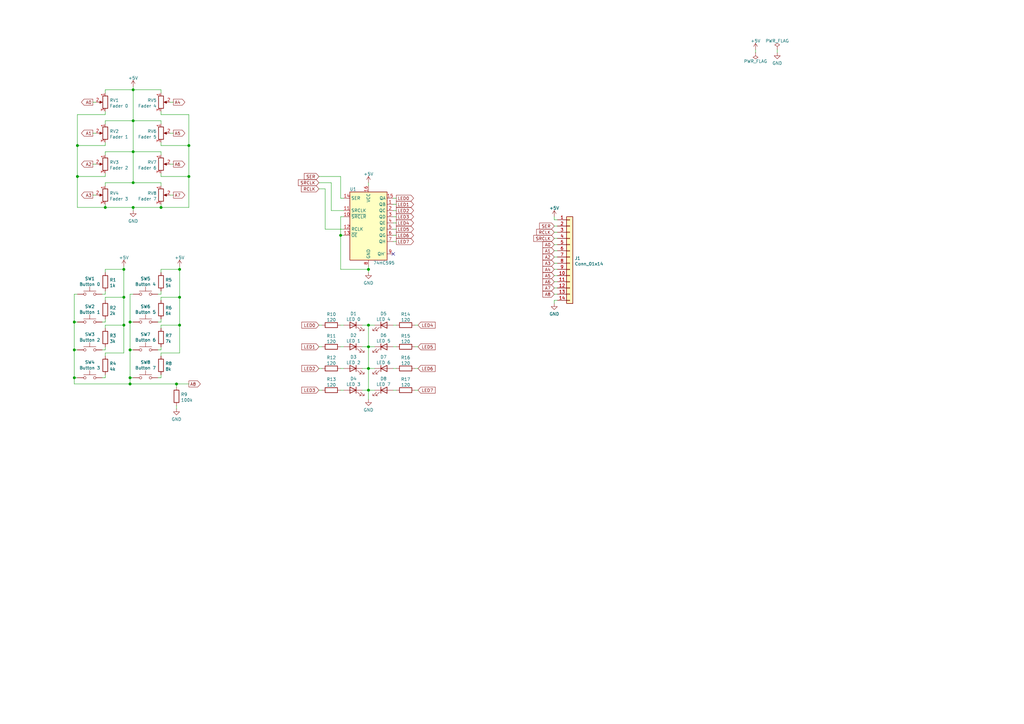
<source format=kicad_sch>
(kicad_sch (version 20210406) (generator eeschema)
  (paper "A3")
  (title_block (title "8 Channel DMX Controller Board 1") (rev "A") (comment 1 "Open source at GitHub: https://github.com/Gabriel-06/dmx-controller/") (comment 2 "Copyright 2021 Gabriel Csizmadia"))
  (lib_symbols
    (symbol "74xx:74HC595"
      (property "Reference" "U" (at -7.62 13.97 0))
      (property "Value" "74HC595" (at -7.62 -16.51 0))
      (symbol "74HC595_1_0"
        (pin tri_state line (at 10.16 7.62 180) (length 2.54) (name "QB") (number "1"))
        (pin input line (at -10.16 2.54 0) (length 2.54) (name "~SRCLR") (number "10"))
        (pin input line (at -10.16 5.08 0) (length 2.54) (name "SRCLK") (number "11"))
        (pin input line (at -10.16 -2.54 0) (length 2.54) (name "RCLK") (number "12"))
        (pin input line (at -10.16 -5.08 0) (length 2.54) (name "~OE") (number "13"))
        (pin input line (at -10.16 10.16 0) (length 2.54) (name "SER") (number "14"))
        (pin tri_state line (at 10.16 10.16 180) (length 2.54) (name "QA") (number "15"))
        (pin power_in line (at 0 15.24 270) (length 2.54) (name "VCC") (number "16"))
        (pin tri_state line (at 10.16 5.08 180) (length 2.54) (name "QC") (number "2"))
        (pin tri_state line (at 10.16 2.54 180) (length 2.54) (name "QD") (number "3"))
        (pin tri_state line (at 10.16 0 180) (length 2.54) (name "QE") (number "4"))
        (pin tri_state line (at 10.16 -2.54 180) (length 2.54) (name "QF") (number "5"))
        (pin tri_state line (at 10.16 -5.08 180) (length 2.54) (name "QG") (number "6"))
        (pin tri_state line (at 10.16 -7.62 180) (length 2.54) (name "QH") (number "7"))
        (pin power_in line (at 0 -17.78 90) (length 2.54) (name "GND") (number "8"))
        (pin output line (at 10.16 -12.7 180) (length 2.54) (name "QH'") (number "9"))
      )
      (symbol "74HC595_1_1"
        (rectangle (start -7.62 12.7) (end 7.62 -15.24) (stroke (width 0.254)) (fill (type background)))
      )
    )
    (symbol "Connector_Generic:Conn_01x14" (pin_names (offset 1.016) hide)
      (property "Reference" "J" (at 0 17.78 0))
      (property "Value" "Conn_01x14" (at 0 -20.32 0))
      (symbol "Conn_01x14_1_1"
        (rectangle (start -1.27 -17.653) (end 0 -17.907) (stroke (width 0.1524)))
        (rectangle (start -1.27 -15.113) (end 0 -15.367) (stroke (width 0.1524)))
        (rectangle (start -1.27 -12.573) (end 0 -12.827) (stroke (width 0.1524)))
        (rectangle (start -1.27 -10.033) (end 0 -10.287) (stroke (width 0.1524)))
        (rectangle (start -1.27 -7.493) (end 0 -7.747) (stroke (width 0.1524)))
        (rectangle (start -1.27 -4.953) (end 0 -5.207) (stroke (width 0.1524)))
        (rectangle (start -1.27 -2.413) (end 0 -2.667) (stroke (width 0.1524)))
        (rectangle (start -1.27 0.127) (end 0 -0.127) (stroke (width 0.1524)))
        (rectangle (start -1.27 2.667) (end 0 2.413) (stroke (width 0.1524)))
        (rectangle (start -1.27 5.207) (end 0 4.953) (stroke (width 0.1524)))
        (rectangle (start -1.27 7.747) (end 0 7.493) (stroke (width 0.1524)))
        (rectangle (start -1.27 10.287) (end 0 10.033) (stroke (width 0.1524)))
        (rectangle (start -1.27 12.827) (end 0 12.573) (stroke (width 0.1524)))
        (rectangle (start -1.27 15.367) (end 0 15.113) (stroke (width 0.1524)))
        (rectangle (start -1.27 16.51) (end 1.27 -19.05) (stroke (width 0.254)) (fill (type background)))
        (pin passive line (at -5.08 15.24 0) (length 3.81) (name "Pin_1") (number "1"))
        (pin passive line (at -5.08 -7.62 0) (length 3.81) (name "Pin_10") (number "10"))
        (pin passive line (at -5.08 -10.16 0) (length 3.81) (name "Pin_11") (number "11"))
        (pin passive line (at -5.08 -12.7 0) (length 3.81) (name "Pin_12") (number "12"))
        (pin passive line (at -5.08 -15.24 0) (length 3.81) (name "Pin_13") (number "13"))
        (pin passive line (at -5.08 -17.78 0) (length 3.81) (name "Pin_14") (number "14"))
        (pin passive line (at -5.08 12.7 0) (length 3.81) (name "Pin_2") (number "2"))
        (pin passive line (at -5.08 10.16 0) (length 3.81) (name "Pin_3") (number "3"))
        (pin passive line (at -5.08 7.62 0) (length 3.81) (name "Pin_4") (number "4"))
        (pin passive line (at -5.08 5.08 0) (length 3.81) (name "Pin_5") (number "5"))
        (pin passive line (at -5.08 2.54 0) (length 3.81) (name "Pin_6") (number "6"))
        (pin passive line (at -5.08 0 0) (length 3.81) (name "Pin_7") (number "7"))
        (pin passive line (at -5.08 -2.54 0) (length 3.81) (name "Pin_8") (number "8"))
        (pin passive line (at -5.08 -5.08 0) (length 3.81) (name "Pin_9") (number "9"))
      )
    )
    (symbol "Device:LED" (pin_numbers hide) (pin_names (offset 1.016) hide)
      (property "Reference" "D" (at 0 2.54 0))
      (property "Value" "LED" (at 0 -2.54 0))
      (symbol "LED_0_1"
        (polyline (pts (xy -1.27 -1.27) (xy -1.27 1.27)) (stroke (width 0.254)))
        (polyline (pts (xy -1.27 0) (xy 1.27 0)))
        (polyline (pts (xy 1.27 -1.27) (xy 1.27 1.27) (xy -1.27 0) (xy 1.27 -1.27)) (stroke (width 0.254)))
        (polyline (pts (xy -3.048 -0.762) (xy -4.572 -2.286) (xy -3.81 -2.286) (xy -4.572 -2.286) (xy -4.572 -1.524)))
        (polyline (pts (xy -1.778 -0.762) (xy -3.302 -2.286) (xy -2.54 -2.286) (xy -3.302 -2.286) (xy -3.302 -1.524)))
      )
      (symbol "LED_1_1"
        (pin passive line (at -3.81 0 0) (length 2.54) (name "K") (number "1"))
        (pin passive line (at 3.81 0 180) (length 2.54) (name "A") (number "2"))
      )
    )
    (symbol "Device:R" (pin_numbers hide) (pin_names (offset 0))
      (property "Reference" "R" (at 2.032 0 90))
      (property "Value" "R" (at 0 0 90))
      (symbol "R_0_1"
        (rectangle (start -1.016 -2.54) (end 1.016 2.54) (stroke (width 0.254)))
      )
      (symbol "R_1_1"
        (pin passive line (at 0 3.81 270) (length 1.27) (name "~") (number "1"))
        (pin passive line (at 0 -3.81 90) (length 1.27) (name "~") (number "2"))
      )
    )
    (symbol "Device:R_Potentiometer" (pin_names (offset 1.016) hide)
      (property "Reference" "RV" (at -4.445 0 90))
      (property "Value" "R_Potentiometer" (at -2.54 0 90))
      (symbol "R_Potentiometer_0_1"
        (rectangle (start 1.016 2.54) (end -1.016 -2.54) (stroke (width 0.254)))
        (polyline (pts (xy 2.54 0) (xy 1.524 0)))
        (polyline (pts (xy 1.143 0) (xy 2.286 0.508) (xy 2.286 -0.508) (xy 1.143 0)) (fill (type outline)))
      )
      (symbol "R_Potentiometer_1_1"
        (pin passive line (at 0 3.81 270) (length 1.27) (name "1") (number "1"))
        (pin passive line (at 3.81 0 180) (length 1.27) (name "2") (number "2"))
        (pin passive line (at 0 -3.81 90) (length 1.27) (name "3") (number "3"))
      )
    )
    (symbol "Switch:SW_Push" (pin_numbers hide) (pin_names (offset 1.016) hide)
      (property "Reference" "SW" (at 1.27 2.54 0))
      (property "Value" "SW_Push" (at 0 -1.524 0))
      (symbol "SW_Push_0_1"
        (circle (center -2.032 0) (radius 0.508))
        (circle (center 2.032 0) (radius 0.508))
        (polyline (pts (xy 0 1.27) (xy 0 3.048)))
        (polyline (pts (xy 2.54 1.27) (xy -2.54 1.27)))
        (pin passive line (at -5.08 0 0) (length 2.54) (name "1") (number "1"))
        (pin passive line (at 5.08 0 180) (length 2.54) (name "2") (number "2"))
      )
    )
    (symbol "power:+5V" (power) (pin_names (offset 0))
      (property "Value" "+5V" (at 0 3.556 0))
      (symbol "+5V_0_1"
        (polyline (pts (xy -0.762 1.27) (xy 0 2.54)))
        (polyline (pts (xy 0 0) (xy 0 2.54)))
        (polyline (pts (xy 0 2.54) (xy 0.762 1.27)))
      )
      (symbol "+5V_1_1"
        (pin power_in line (at 0 0 90) (length 0) hide (name "+5V") (number "1"))
      )
    )
    (symbol "power:GND" (power) (pin_names (offset 0))
      (property "Value" "GND" (at 0 -3.81 0))
      (symbol "GND_0_1"
        (polyline (pts (xy 0 0) (xy 0 -1.27) (xy 1.27 -1.27) (xy 0 -2.54) (xy -1.27 -1.27) (xy 0 -1.27)))
      )
      (symbol "GND_1_1"
        (pin power_in line (at 0 0 270) (length 0) hide (name "GND") (number "1"))
      )
    )
    (symbol "power:PWR_FLAG" (power) (pin_numbers hide) (pin_names (offset 0) hide)
      (property "Value" "PWR_FLAG" (at 0 3.81 0))
      (symbol "PWR_FLAG_0_0"
        (pin power_out line (at 0 0 90) (length 0) (name "pwr") (number "1"))
      )
      (symbol "PWR_FLAG_0_1"
        (polyline (pts (xy 0 0) (xy 0 1.27) (xy -1.016 1.905) (xy 0 2.54) (xy 1.016 1.905) (xy 0 1.27)))
      )
    )
  )
  (junction (at 30.48 132.08) (diameter 1.016))
  (junction (at 30.48 143.51) (diameter 1.016))
  (junction (at 30.48 154.94) (diameter 1.016))
  (junction (at 31.75 59.69) (diameter 1.016))
  (junction (at 31.75 72.39) (diameter 1.016))
  (junction (at 43.18 85.09) (diameter 1.016))
  (junction (at 50.8 110.49) (diameter 1.016))
  (junction (at 50.8 121.92) (diameter 1.016))
  (junction (at 50.8 133.35) (diameter 1.016))
  (junction (at 53.34 132.08) (diameter 1.016))
  (junction (at 53.34 143.51) (diameter 1.016))
  (junction (at 53.34 154.94) (diameter 1.016))
  (junction (at 53.34 157.48) (diameter 1.016))
  (junction (at 54.61 36.83) (diameter 1.016))
  (junction (at 54.61 49.53) (diameter 1.016))
  (junction (at 54.61 62.23) (diameter 1.016))
  (junction (at 54.61 74.93) (diameter 1.016))
  (junction (at 54.61 85.09) (diameter 1.016))
  (junction (at 66.04 85.09) (diameter 1.016))
  (junction (at 72.39 157.48) (diameter 1.016))
  (junction (at 73.66 110.49) (diameter 1.016))
  (junction (at 73.66 121.92) (diameter 1.016))
  (junction (at 73.66 133.35) (diameter 1.016))
  (junction (at 77.47 59.69) (diameter 1.016))
  (junction (at 77.47 72.39) (diameter 1.016))
  (junction (at 139.7 96.52) (diameter 1.016))
  (junction (at 151.13 110.49) (diameter 1.016))
  (junction (at 151.13 133.35) (diameter 1.016))
  (junction (at 151.13 142.24) (diameter 1.016))
  (junction (at 151.13 151.13) (diameter 1.016))
  (junction (at 151.13 160.02) (diameter 1.016))
  (no_connect (at 161.29 104.14))
  (wire (pts (xy 30.48 120.65) (xy 30.48 132.08)))
  (wire (pts (xy 30.48 120.65) (xy 31.75 120.65)))
  (wire (pts (xy 30.48 132.08) (xy 30.48 143.51)))
  (wire (pts (xy 30.48 132.08) (xy 31.75 132.08)))
  (wire (pts (xy 30.48 143.51) (xy 30.48 154.94)))
  (wire (pts (xy 30.48 143.51) (xy 31.75 143.51)))
  (wire (pts (xy 30.48 154.94) (xy 30.48 157.48)))
  (wire (pts (xy 30.48 154.94) (xy 31.75 154.94)))
  (wire (pts (xy 30.48 157.48) (xy 53.34 157.48)))
  (wire (pts (xy 31.75 46.99) (xy 43.18 46.99)))
  (wire (pts (xy 31.75 59.69) (xy 31.75 46.99)))
  (wire (pts (xy 31.75 72.39) (xy 31.75 59.69)))
  (wire (pts (xy 31.75 85.09) (xy 31.75 72.39)))
  (wire (pts (xy 39.37 41.91) (xy 38.1 41.91)))
  (wire (pts (xy 39.37 54.61) (xy 38.1 54.61)))
  (wire (pts (xy 39.37 67.31) (xy 38.1 67.31)))
  (wire (pts (xy 39.37 80.01) (xy 38.1 80.01)))
  (wire (pts (xy 43.18 36.83) (xy 43.18 38.1)))
  (wire (pts (xy 43.18 45.72) (xy 43.18 46.99)))
  (wire (pts (xy 43.18 49.53) (xy 54.61 49.53)))
  (wire (pts (xy 43.18 50.8) (xy 43.18 49.53)))
  (wire (pts (xy 43.18 58.42) (xy 43.18 59.69)))
  (wire (pts (xy 43.18 59.69) (xy 31.75 59.69)))
  (wire (pts (xy 43.18 62.23) (xy 54.61 62.23)))
  (wire (pts (xy 43.18 63.5) (xy 43.18 62.23)))
  (wire (pts (xy 43.18 71.12) (xy 43.18 72.39)))
  (wire (pts (xy 43.18 72.39) (xy 31.75 72.39)))
  (wire (pts (xy 43.18 74.93) (xy 54.61 74.93)))
  (wire (pts (xy 43.18 76.2) (xy 43.18 74.93)))
  (wire (pts (xy 43.18 83.82) (xy 43.18 85.09)))
  (wire (pts (xy 43.18 85.09) (xy 31.75 85.09)))
  (wire (pts (xy 43.18 85.09) (xy 54.61 85.09)))
  (wire (pts (xy 43.18 110.49) (xy 43.18 111.76)))
  (wire (pts (xy 43.18 119.38) (xy 43.18 120.65)))
  (wire (pts (xy 43.18 120.65) (xy 41.91 120.65)))
  (wire (pts (xy 43.18 121.92) (xy 43.18 123.19)))
  (wire (pts (xy 43.18 121.92) (xy 50.8 121.92)))
  (wire (pts (xy 43.18 130.81) (xy 43.18 132.08)))
  (wire (pts (xy 43.18 132.08) (xy 41.91 132.08)))
  (wire (pts (xy 43.18 133.35) (xy 43.18 134.62)))
  (wire (pts (xy 43.18 133.35) (xy 50.8 133.35)))
  (wire (pts (xy 43.18 142.24) (xy 43.18 143.51)))
  (wire (pts (xy 43.18 143.51) (xy 41.91 143.51)))
  (wire (pts (xy 43.18 144.78) (xy 43.18 146.05)))
  (wire (pts (xy 43.18 144.78) (xy 50.8 144.78)))
  (wire (pts (xy 43.18 153.67) (xy 43.18 154.94)))
  (wire (pts (xy 43.18 154.94) (xy 41.91 154.94)))
  (wire (pts (xy 50.8 109.22) (xy 50.8 110.49)))
  (wire (pts (xy 50.8 110.49) (xy 43.18 110.49)))
  (wire (pts (xy 50.8 121.92) (xy 50.8 110.49)))
  (wire (pts (xy 50.8 121.92) (xy 50.8 133.35)))
  (wire (pts (xy 50.8 133.35) (xy 50.8 144.78)))
  (wire (pts (xy 53.34 120.65) (xy 53.34 132.08)))
  (wire (pts (xy 53.34 132.08) (xy 53.34 143.51)))
  (wire (pts (xy 53.34 132.08) (xy 54.61 132.08)))
  (wire (pts (xy 53.34 143.51) (xy 53.34 154.94)))
  (wire (pts (xy 53.34 143.51) (xy 54.61 143.51)))
  (wire (pts (xy 53.34 154.94) (xy 53.34 157.48)))
  (wire (pts (xy 53.34 154.94) (xy 54.61 154.94)))
  (wire (pts (xy 53.34 157.48) (xy 72.39 157.48)))
  (wire (pts (xy 54.61 35.56) (xy 54.61 36.83)))
  (wire (pts (xy 54.61 36.83) (xy 43.18 36.83)))
  (wire (pts (xy 54.61 36.83) (xy 54.61 49.53)))
  (wire (pts (xy 54.61 36.83) (xy 66.04 36.83)))
  (wire (pts (xy 54.61 49.53) (xy 54.61 62.23)))
  (wire (pts (xy 54.61 49.53) (xy 66.04 49.53)))
  (wire (pts (xy 54.61 62.23) (xy 54.61 74.93)))
  (wire (pts (xy 54.61 62.23) (xy 66.04 62.23)))
  (wire (pts (xy 54.61 74.93) (xy 66.04 74.93)))
  (wire (pts (xy 54.61 85.09) (xy 54.61 86.36)))
  (wire (pts (xy 54.61 85.09) (xy 66.04 85.09)))
  (wire (pts (xy 54.61 120.65) (xy 53.34 120.65)))
  (wire (pts (xy 64.77 120.65) (xy 66.04 120.65)))
  (wire (pts (xy 64.77 132.08) (xy 66.04 132.08)))
  (wire (pts (xy 64.77 143.51) (xy 66.04 143.51)))
  (wire (pts (xy 64.77 154.94) (xy 66.04 154.94)))
  (wire (pts (xy 66.04 38.1) (xy 66.04 36.83)))
  (wire (pts (xy 66.04 45.72) (xy 66.04 46.99)))
  (wire (pts (xy 66.04 46.99) (xy 77.47 46.99)))
  (wire (pts (xy 66.04 50.8) (xy 66.04 49.53)))
  (wire (pts (xy 66.04 58.42) (xy 66.04 59.69)))
  (wire (pts (xy 66.04 59.69) (xy 77.47 59.69)))
  (wire (pts (xy 66.04 63.5) (xy 66.04 62.23)))
  (wire (pts (xy 66.04 71.12) (xy 66.04 72.39)))
  (wire (pts (xy 66.04 72.39) (xy 77.47 72.39)))
  (wire (pts (xy 66.04 76.2) (xy 66.04 74.93)))
  (wire (pts (xy 66.04 85.09) (xy 66.04 83.82)))
  (wire (pts (xy 66.04 110.49) (xy 66.04 111.76)))
  (wire (pts (xy 66.04 120.65) (xy 66.04 119.38)))
  (wire (pts (xy 66.04 121.92) (xy 73.66 121.92)))
  (wire (pts (xy 66.04 123.19) (xy 66.04 121.92)))
  (wire (pts (xy 66.04 132.08) (xy 66.04 130.81)))
  (wire (pts (xy 66.04 133.35) (xy 73.66 133.35)))
  (wire (pts (xy 66.04 134.62) (xy 66.04 133.35)))
  (wire (pts (xy 66.04 143.51) (xy 66.04 142.24)))
  (wire (pts (xy 66.04 144.78) (xy 73.66 144.78)))
  (wire (pts (xy 66.04 146.05) (xy 66.04 144.78)))
  (wire (pts (xy 66.04 154.94) (xy 66.04 153.67)))
  (wire (pts (xy 69.85 41.91) (xy 71.12 41.91)))
  (wire (pts (xy 69.85 54.61) (xy 71.12 54.61)))
  (wire (pts (xy 69.85 67.31) (xy 71.12 67.31)))
  (wire (pts (xy 69.85 80.01) (xy 71.12 80.01)))
  (wire (pts (xy 72.39 157.48) (xy 72.39 158.75)))
  (wire (pts (xy 72.39 157.48) (xy 77.47 157.48)))
  (wire (pts (xy 72.39 166.37) (xy 72.39 167.64)))
  (wire (pts (xy 73.66 109.22) (xy 73.66 110.49)))
  (wire (pts (xy 73.66 110.49) (xy 66.04 110.49)))
  (wire (pts (xy 73.66 121.92) (xy 73.66 110.49)))
  (wire (pts (xy 73.66 121.92) (xy 73.66 133.35)))
  (wire (pts (xy 73.66 133.35) (xy 73.66 144.78)))
  (wire (pts (xy 77.47 46.99) (xy 77.47 59.69)))
  (wire (pts (xy 77.47 59.69) (xy 77.47 72.39)))
  (wire (pts (xy 77.47 72.39) (xy 77.47 85.09)))
  (wire (pts (xy 77.47 85.09) (xy 66.04 85.09)))
  (wire (pts (xy 130.81 72.39) (xy 139.7 72.39)))
  (wire (pts (xy 130.81 74.93) (xy 135.89 74.93)))
  (wire (pts (xy 130.81 77.47) (xy 133.35 77.47)))
  (wire (pts (xy 130.81 133.35) (xy 132.08 133.35)))
  (wire (pts (xy 130.81 142.24) (xy 132.08 142.24)))
  (wire (pts (xy 130.81 151.13) (xy 132.08 151.13)))
  (wire (pts (xy 130.81 160.02) (xy 132.08 160.02)))
  (wire (pts (xy 133.35 77.47) (xy 133.35 93.98)))
  (wire (pts (xy 135.89 74.93) (xy 135.89 86.36)))
  (wire (pts (xy 139.7 72.39) (xy 139.7 81.28)))
  (wire (pts (xy 139.7 81.28) (xy 140.97 81.28)))
  (wire (pts (xy 139.7 88.9) (xy 139.7 96.52)))
  (wire (pts (xy 139.7 96.52) (xy 139.7 110.49)))
  (wire (pts (xy 139.7 110.49) (xy 151.13 110.49)))
  (wire (pts (xy 139.7 133.35) (xy 140.97 133.35)))
  (wire (pts (xy 139.7 142.24) (xy 140.97 142.24)))
  (wire (pts (xy 139.7 151.13) (xy 140.97 151.13)))
  (wire (pts (xy 139.7 160.02) (xy 140.97 160.02)))
  (wire (pts (xy 140.97 86.36) (xy 135.89 86.36)))
  (wire (pts (xy 140.97 88.9) (xy 139.7 88.9)))
  (wire (pts (xy 140.97 93.98) (xy 133.35 93.98)))
  (wire (pts (xy 140.97 96.52) (xy 139.7 96.52)))
  (wire (pts (xy 148.59 133.35) (xy 151.13 133.35)))
  (wire (pts (xy 148.59 142.24) (xy 151.13 142.24)))
  (wire (pts (xy 148.59 151.13) (xy 151.13 151.13)))
  (wire (pts (xy 148.59 160.02) (xy 151.13 160.02)))
  (wire (pts (xy 151.13 74.93) (xy 151.13 76.2)))
  (wire (pts (xy 151.13 109.22) (xy 151.13 110.49)))
  (wire (pts (xy 151.13 110.49) (xy 151.13 111.76)))
  (wire (pts (xy 151.13 133.35) (xy 151.13 142.24)))
  (wire (pts (xy 151.13 133.35) (xy 153.67 133.35)))
  (wire (pts (xy 151.13 142.24) (xy 151.13 151.13)))
  (wire (pts (xy 151.13 142.24) (xy 153.67 142.24)))
  (wire (pts (xy 151.13 151.13) (xy 151.13 160.02)))
  (wire (pts (xy 151.13 151.13) (xy 153.67 151.13)))
  (wire (pts (xy 151.13 160.02) (xy 151.13 163.83)))
  (wire (pts (xy 151.13 160.02) (xy 153.67 160.02)))
  (wire (pts (xy 161.29 81.28) (xy 162.56 81.28)))
  (wire (pts (xy 161.29 83.82) (xy 162.56 83.82)))
  (wire (pts (xy 161.29 86.36) (xy 162.56 86.36)))
  (wire (pts (xy 161.29 88.9) (xy 162.56 88.9)))
  (wire (pts (xy 161.29 91.44) (xy 162.56 91.44)))
  (wire (pts (xy 161.29 93.98) (xy 162.56 93.98)))
  (wire (pts (xy 161.29 96.52) (xy 162.56 96.52)))
  (wire (pts (xy 161.29 99.06) (xy 162.56 99.06)))
  (wire (pts (xy 161.29 133.35) (xy 162.56 133.35)))
  (wire (pts (xy 161.29 142.24) (xy 162.56 142.24)))
  (wire (pts (xy 161.29 151.13) (xy 162.56 151.13)))
  (wire (pts (xy 161.29 160.02) (xy 162.56 160.02)))
  (wire (pts (xy 170.18 133.35) (xy 171.45 133.35)))
  (wire (pts (xy 170.18 142.24) (xy 171.45 142.24)))
  (wire (pts (xy 170.18 151.13) (xy 171.45 151.13)))
  (wire (pts (xy 170.18 160.02) (xy 171.45 160.02)))
  (wire (pts (xy 227.33 88.9) (xy 227.33 90.17)))
  (wire (pts (xy 227.33 90.17) (xy 228.6 90.17)))
  (wire (pts (xy 227.33 92.71) (xy 228.6 92.71)))
  (wire (pts (xy 227.33 95.25) (xy 228.6 95.25)))
  (wire (pts (xy 227.33 97.79) (xy 228.6 97.79)))
  (wire (pts (xy 227.33 115.57) (xy 228.6 115.57)))
  (wire (pts (xy 227.33 118.11) (xy 228.6 118.11)))
  (wire (pts (xy 227.33 120.65) (xy 228.6 120.65)))
  (wire (pts (xy 227.33 123.19) (xy 228.6 123.19)))
  (wire (pts (xy 227.33 124.46) (xy 227.33 123.19)))
  (wire (pts (xy 228.6 100.33) (xy 227.33 100.33)))
  (wire (pts (xy 228.6 102.87) (xy 227.33 102.87)))
  (wire (pts (xy 228.6 105.41) (xy 227.33 105.41)))
  (wire (pts (xy 228.6 107.95) (xy 227.33 107.95)))
  (wire (pts (xy 228.6 110.49) (xy 227.33 110.49)))
  (wire (pts (xy 228.6 113.03) (xy 227.33 113.03)))
  (wire (pts (xy 309.88 20.32) (xy 309.88 21.59)))
  (wire (pts (xy 318.77 20.32) (xy 318.77 21.59)))
  (global_label "A0" (shape output) (at 38.1 41.91 180) (property "Intersheet References" "${INTERSHEET_REFS}" (effects hide)))
  (global_label "A1" (shape output) (at 38.1 54.61 180) (property "Intersheet References" "${INTERSHEET_REFS}" (effects hide)))
  (global_label "A2" (shape output) (at 38.1 67.31 180) (property "Intersheet References" "${INTERSHEET_REFS}" (effects hide)))
  (global_label "A3" (shape output) (at 38.1 80.01 180) (property "Intersheet References" "${INTERSHEET_REFS}" (effects hide)))
  (global_label "A4" (shape output) (at 71.12 41.91 0) (property "Intersheet References" "${INTERSHEET_REFS}" (effects hide)))
  (global_label "A5" (shape output) (at 71.12 54.61 0) (property "Intersheet References" "${INTERSHEET_REFS}" (effects hide)))
  (global_label "A6" (shape output) (at 71.12 67.31 0) (property "Intersheet References" "${INTERSHEET_REFS}" (effects hide)))
  (global_label "A7" (shape output) (at 71.12 80.01 0) (property "Intersheet References" "${INTERSHEET_REFS}" (effects hide)))
  (global_label "A8" (shape output) (at 77.47 157.48 0) (property "Intersheet References" "${INTERSHEET_REFS}" (effects hide)))
  (global_label "SER" (shape input) (at 130.81 72.39 180) (property "Intersheet References" "${INTERSHEET_REFS}" (effects hide)))
  (global_label "SRCLK" (shape input) (at 130.81 74.93 180) (property "Intersheet References" "${INTERSHEET_REFS}" (effects hide)))
  (global_label "RCLK" (shape input) (at 130.81 77.47 180) (property "Intersheet References" "${INTERSHEET_REFS}" (effects hide)))
  (global_label "LED0" (shape input) (at 130.81 133.35 180) (property "Intersheet References" "${INTERSHEET_REFS}" (effects hide)))
  (global_label "LED1" (shape input) (at 130.81 142.24 180) (property "Intersheet References" "${INTERSHEET_REFS}" (effects hide)))
  (global_label "LED2" (shape input) (at 130.81 151.13 180) (property "Intersheet References" "${INTERSHEET_REFS}" (effects hide)))
  (global_label "LED3" (shape input) (at 130.81 160.02 180) (property "Intersheet References" "${INTERSHEET_REFS}" (effects hide)))
  (global_label "LED0" (shape output) (at 162.56 81.28 0) (property "Intersheet References" "${INTERSHEET_REFS}" (effects hide)))
  (global_label "LED1" (shape output) (at 162.56 83.82 0) (property "Intersheet References" "${INTERSHEET_REFS}" (effects hide)))
  (global_label "LED2" (shape output) (at 162.56 86.36 0) (property "Intersheet References" "${INTERSHEET_REFS}" (effects hide)))
  (global_label "LED3" (shape output) (at 162.56 88.9 0) (property "Intersheet References" "${INTERSHEET_REFS}" (effects hide)))
  (global_label "LED4" (shape output) (at 162.56 91.44 0) (property "Intersheet References" "${INTERSHEET_REFS}" (effects hide)))
  (global_label "LED5" (shape output) (at 162.56 93.98 0) (property "Intersheet References" "${INTERSHEET_REFS}" (effects hide)))
  (global_label "LED6" (shape output) (at 162.56 96.52 0) (property "Intersheet References" "${INTERSHEET_REFS}" (effects hide)))
  (global_label "LED7" (shape output) (at 162.56 99.06 0) (property "Intersheet References" "${INTERSHEET_REFS}" (effects hide)))
  (global_label "LED4" (shape input) (at 171.45 133.35 0) (property "Intersheet References" "${INTERSHEET_REFS}" (effects hide)))
  (global_label "LED5" (shape input) (at 171.45 142.24 0) (property "Intersheet References" "${INTERSHEET_REFS}" (effects hide)))
  (global_label "LED6" (shape input) (at 171.45 151.13 0) (property "Intersheet References" "${INTERSHEET_REFS}" (effects hide)))
  (global_label "LED7" (shape input) (at 171.45 160.02 0) (property "Intersheet References" "${INTERSHEET_REFS}" (effects hide)))
  (global_label "SER" (shape input) (at 227.33 92.71 180) (property "Intersheet References" "${INTERSHEET_REFS}" (effects hide)))
  (global_label "RCLK" (shape input) (at 227.33 95.25 180) (property "Intersheet References" "${INTERSHEET_REFS}" (effects hide)))
  (global_label "SRCLK" (shape input) (at 227.33 97.79 180) (property "Intersheet References" "${INTERSHEET_REFS}" (effects hide)))
  (global_label "A0" (shape input) (at 227.33 100.33 180) (property "Intersheet References" "${INTERSHEET_REFS}" (effects hide)))
  (global_label "A1" (shape input) (at 227.33 102.87 180) (property "Intersheet References" "${INTERSHEET_REFS}" (effects hide)))
  (global_label "A2" (shape input) (at 227.33 105.41 180) (property "Intersheet References" "${INTERSHEET_REFS}" (effects hide)))
  (global_label "A3" (shape input) (at 227.33 107.95 180) (property "Intersheet References" "${INTERSHEET_REFS}" (effects hide)))
  (global_label "A4" (shape input) (at 227.33 110.49 180) (property "Intersheet References" "${INTERSHEET_REFS}" (effects hide)))
  (global_label "A5" (shape input) (at 227.33 113.03 180) (property "Intersheet References" "${INTERSHEET_REFS}" (effects hide)))
  (global_label "A6" (shape input) (at 227.33 115.57 180) (property "Intersheet References" "${INTERSHEET_REFS}" (effects hide)))
  (global_label "A7" (shape input) (at 227.33 118.11 180) (property "Intersheet References" "${INTERSHEET_REFS}" (effects hide)))
  (global_label "A8" (shape input) (at 227.33 120.65 180) (property "Intersheet References" "${INTERSHEET_REFS}" (effects hide)))
  (symbol (lib_id "power:+5V") (at 50.8 109.22 0) (unit 1)
    (property "Reference" "#PWR01" (effects hide))
    (property "Value" "+5V" (at 50.8 105.6726 0))
  )
  (symbol (lib_id "power:+5V") (at 54.61 35.56 0) (unit 1)
    (property "Reference" "#PWR02" (effects hide))
    (property "Value" "+5V" (at 54.61 32.0126 0))
  )
  (symbol (lib_id "power:+5V") (at 73.66 109.22 0) (unit 1)
    (property "Reference" "#PWR05" (effects hide))
    (property "Value" "+5V" (at 73.66 105.6726 0))
  )
  (symbol (lib_id "power:+5V") (at 151.13 74.93 0) (unit 1)
    (property "Reference" "#PWR06" (effects hide))
    (property "Value" "+5V" (at 151.13 71.3826 0))
  )
  (symbol (lib_id "power:+5V") (at 227.33 88.9 0) (unit 1)
    (property "Reference" "#PWR09" (effects hide))
    (property "Value" "+5V" (at 227.33 85.3526 0))
  )
  (symbol (lib_id "power:+5V") (at 309.88 20.32 0) (unit 1)
    (property "Reference" "#PWR011" (effects hide))
    (property "Value" "+5V" (at 309.88 16.7726 0))
  )
  (symbol (lib_id "power:PWR_FLAG") (at 309.88 21.59 180) (unit 1)
    (property "Reference" "#FLG01" (effects hide))
    (property "Value" "PWR_FLAG" (at 309.88 25.1374 0))
  )
  (symbol (lib_id "power:PWR_FLAG") (at 318.77 20.32 0) (unit 1)
    (property "Reference" "#FLG02" (effects hide))
    (property "Value" "PWR_FLAG" (at 318.77 16.7726 0))
  )
  (symbol (lib_id "power:GND") (at 54.61 86.36 0) (unit 1)
    (property "Reference" "#PWR03" (effects hide))
    (property "Value" "GND" (at 54.61 90.6844 0))
  )
  (symbol (lib_id "power:GND") (at 72.39 167.64 0) (unit 1)
    (property "Reference" "#PWR04" (effects hide))
    (property "Value" "GND" (at 72.39 171.9644 0))
  )
  (symbol (lib_id "power:GND") (at 151.13 111.76 0) (unit 1)
    (property "Reference" "#PWR07" (effects hide))
    (property "Value" "GND" (at 151.13 116.0844 0))
  )
  (symbol (lib_id "power:GND") (at 151.13 163.83 0) (unit 1)
    (property "Reference" "#PWR08" (effects hide))
    (property "Value" "GND" (at 151.13 168.1544 0))
  )
  (symbol (lib_id "power:GND") (at 227.33 124.46 0) (unit 1)
    (property "Reference" "#PWR010" (effects hide))
    (property "Value" "GND" (at 227.33 128.7844 0))
  )
  (symbol (lib_id "power:GND") (at 318.77 21.59 0) (mirror y) (unit 1)
    (property "Reference" "#PWR012" (effects hide))
    (property "Value" "GND" (at 318.77 25.9144 0))
  )
  (symbol (lib_id "Device:R") (at 43.18 115.57 0) (unit 1)
    (property "Reference" "R1" (at 44.9581 114.8091 0) (effects (justify left)))
    (property "Value" "1k" (at 44.9581 117.1078 0) (effects (justify left)))
    (property "Footprint" "Resistor_SMD:R_0805_2012Metric_Pad1.20x1.40mm_HandSolder" (effects hide))
  )
  (symbol (lib_id "Device:R") (at 43.18 127 0) (unit 1)
    (property "Reference" "R2" (at 44.9581 126.2391 0) (effects (justify left)))
    (property "Value" "2k" (at 44.9581 128.5378 0) (effects (justify left)))
    (property "Footprint" "Resistor_SMD:R_0805_2012Metric_Pad1.20x1.40mm_HandSolder" (effects hide))
  )
  (symbol (lib_id "Device:R") (at 43.18 138.43 0) (unit 1)
    (property "Reference" "R3" (at 44.9581 137.6691 0) (effects (justify left)))
    (property "Value" "3k" (at 44.9581 139.9678 0) (effects (justify left)))
    (property "Footprint" "Resistor_SMD:R_0805_2012Metric_Pad1.20x1.40mm_HandSolder" (effects hide))
  )
  (symbol (lib_id "Device:R") (at 43.18 149.86 0) (unit 1)
    (property "Reference" "R4" (at 44.9581 149.0991 0) (effects (justify left)))
    (property "Value" "4k" (at 44.9581 151.3978 0) (effects (justify left)))
    (property "Footprint" "Resistor_SMD:R_0805_2012Metric_Pad1.20x1.40mm_HandSolder" (effects hide))
  )
  (symbol (lib_id "Device:R") (at 66.04 115.57 0) (unit 1)
    (property "Reference" "R5" (at 67.8181 114.8091 0) (effects (justify left)))
    (property "Value" "5k" (at 67.8181 117.1078 0) (effects (justify left)))
    (property "Footprint" "Resistor_SMD:R_0805_2012Metric_Pad1.20x1.40mm_HandSolder" (effects hide))
  )
  (symbol (lib_id "Device:R") (at 66.04 127 0) (unit 1)
    (property "Reference" "R6" (at 67.8181 126.2391 0) (effects (justify left)))
    (property "Value" "6k" (at 67.8181 128.5378 0) (effects (justify left)))
    (property "Footprint" "Resistor_SMD:R_0805_2012Metric_Pad1.20x1.40mm_HandSolder" (effects hide))
  )
  (symbol (lib_id "Device:R") (at 66.04 138.43 0) (unit 1)
    (property "Reference" "R7" (at 67.8181 137.6691 0) (effects (justify left)))
    (property "Value" "7k" (at 67.8181 139.9678 0) (effects (justify left)))
    (property "Footprint" "Resistor_SMD:R_0805_2012Metric_Pad1.20x1.40mm_HandSolder" (effects hide))
  )
  (symbol (lib_id "Device:R") (at 66.04 149.86 0) (unit 1)
    (property "Reference" "R8" (at 67.8181 149.0991 0) (effects (justify left)))
    (property "Value" "8k" (at 67.8181 151.3978 0) (effects (justify left)))
    (property "Footprint" "Resistor_SMD:R_0805_2012Metric_Pad1.20x1.40mm_HandSolder" (effects hide))
  )
  (symbol (lib_id "Device:R") (at 72.39 162.56 0) (unit 1)
    (property "Reference" "R9" (at 74.1681 161.7991 0) (effects (justify left)))
    (property "Value" "100k" (at 74.1681 164.0978 0) (effects (justify left)))
    (property "Footprint" "Resistor_SMD:R_0805_2012Metric_Pad1.20x1.40mm_HandSolder" (effects hide))
  )
  (symbol (lib_id "Device:R") (at 135.89 133.35 90) (unit 1)
    (property "Reference" "R10" (at 135.89 128.9008 90))
    (property "Value" "120" (at 135.89 131.1995 90))
    (property "Footprint" "Resistor_SMD:R_0805_2012Metric_Pad1.20x1.40mm_HandSolder" (effects hide))
  )
  (symbol (lib_id "Device:R") (at 135.89 142.24 90) (unit 1)
    (property "Reference" "R11" (at 135.89 137.7908 90))
    (property "Value" "120" (at 135.89 140.0895 90))
    (property "Footprint" "Resistor_SMD:R_0805_2012Metric_Pad1.20x1.40mm_HandSolder" (effects hide))
  )
  (symbol (lib_id "Device:R") (at 135.89 151.13 90) (unit 1)
    (property "Reference" "R12" (at 135.89 146.6808 90))
    (property "Value" "120" (at 135.89 148.9795 90))
    (property "Footprint" "Resistor_SMD:R_0805_2012Metric_Pad1.20x1.40mm_HandSolder" (effects hide))
  )
  (symbol (lib_id "Device:R") (at 135.89 160.02 90) (unit 1)
    (property "Reference" "R13" (at 135.89 155.5708 90))
    (property "Value" "120" (at 135.89 157.8695 90))
    (property "Footprint" "Resistor_SMD:R_0805_2012Metric_Pad1.20x1.40mm_HandSolder" (effects hide))
  )
  (symbol (lib_id "Device:R") (at 166.37 133.35 270) (mirror x) (unit 1)
    (property "Reference" "R14" (at 166.37 128.9008 90))
    (property "Value" "120" (at 166.37 131.1995 90))
    (property "Footprint" "Resistor_SMD:R_0805_2012Metric_Pad1.20x1.40mm_HandSolder" (effects hide))
  )
  (symbol (lib_id "Device:R") (at 166.37 142.24 270) (mirror x) (unit 1)
    (property "Reference" "R15" (at 166.37 137.7908 90))
    (property "Value" "120" (at 166.37 140.0895 90))
    (property "Footprint" "Resistor_SMD:R_0805_2012Metric_Pad1.20x1.40mm_HandSolder" (effects hide))
  )
  (symbol (lib_id "Device:R") (at 166.37 151.13 270) (mirror x) (unit 1)
    (property "Reference" "R16" (at 166.37 146.6808 90))
    (property "Value" "120" (at 166.37 148.9795 90))
    (property "Footprint" "Resistor_SMD:R_0805_2012Metric_Pad1.20x1.40mm_HandSolder" (effects hide))
  )
  (symbol (lib_id "Device:R") (at 166.37 160.02 270) (mirror x) (unit 1)
    (property "Reference" "R17" (at 166.37 155.5708 90))
    (property "Value" "120" (at 166.37 157.8695 90))
    (property "Footprint" "Resistor_SMD:R_0805_2012Metric_Pad1.20x1.40mm_HandSolder" (effects hide))
  )
  (symbol (lib_id "Device:LED") (at 144.78 133.35 0) (mirror y) (unit 1)
    (property "Reference" "D1" (at 144.9705 128.6468 0))
    (property "Value" "LED 0" (at 144.9705 130.9455 0))
    (property "Footprint" "LED_THT:LED_D3.0mm" (effects hide))
  )
  (symbol (lib_id "Device:LED") (at 144.78 142.24 0) (mirror y) (unit 1)
    (property "Reference" "D2" (at 144.9705 137.5368 0))
    (property "Value" "LED 1" (at 144.9705 139.8355 0))
    (property "Footprint" "LED_THT:LED_D3.0mm" (effects hide))
  )
  (symbol (lib_id "Device:LED") (at 144.78 151.13 0) (mirror y) (unit 1)
    (property "Reference" "D3" (at 144.9705 146.4268 0))
    (property "Value" "LED 2" (at 144.9705 148.7255 0))
    (property "Footprint" "LED_THT:LED_D3.0mm" (effects hide))
  )
  (symbol (lib_id "Device:LED") (at 144.78 160.02 0) (mirror y) (unit 1)
    (property "Reference" "D4" (at 144.9705 155.3168 0))
    (property "Value" "LED 3" (at 144.9705 157.6155 0))
    (property "Footprint" "LED_THT:LED_D3.0mm" (effects hide))
  )
  (symbol (lib_id "Device:LED") (at 157.48 133.35 0) (unit 1)
    (property "Reference" "D5" (at 157.2895 128.6468 0))
    (property "Value" "LED 4" (at 157.2895 130.9455 0))
    (property "Footprint" "LED_THT:LED_D3.0mm" (effects hide))
  )
  (symbol (lib_id "Device:LED") (at 157.48 142.24 0) (unit 1)
    (property "Reference" "D6" (at 157.2895 137.5368 0))
    (property "Value" "LED 5" (at 157.2895 139.8355 0))
    (property "Footprint" "LED_THT:LED_D3.0mm" (effects hide))
  )
  (symbol (lib_id "Device:LED") (at 157.48 151.13 0) (unit 1)
    (property "Reference" "D7" (at 157.2895 146.4268 0))
    (property "Value" "LED 6" (at 157.2895 148.7255 0))
    (property "Footprint" "LED_THT:LED_D3.0mm" (effects hide))
  )
  (symbol (lib_id "Device:LED") (at 157.48 160.02 0) (unit 1)
    (property "Reference" "D8" (at 157.2895 155.3168 0))
    (property "Value" "LED 7" (at 157.2895 157.6155 0))
    (property "Footprint" "LED_THT:LED_D3.0mm" (effects hide))
  )
  (symbol (lib_id "Switch:SW_Push") (at 36.83 120.65 0) (unit 1)
    (property "Reference" "SW1" (at 36.83 114.2958 0))
    (property "Value" "Button 0" (at 36.83 116.5945 0))
    (property "Footprint" "Button_Switch_THT:SW_PUSH_6mm_H13mm" (effects hide))
  )
  (symbol (lib_id "Switch:SW_Push") (at 36.83 132.08 0) (unit 1)
    (property "Reference" "SW2" (at 36.83 125.7258 0))
    (property "Value" "Button 1" (at 36.83 128.0245 0))
    (property "Footprint" "Button_Switch_THT:SW_PUSH_6mm_H13mm" (effects hide))
  )
  (symbol (lib_id "Switch:SW_Push") (at 36.83 143.51 0) (unit 1)
    (property "Reference" "SW3" (at 36.83 137.1558 0))
    (property "Value" "Button 2" (at 36.83 139.4545 0))
    (property "Footprint" "Button_Switch_THT:SW_PUSH_6mm_H13mm" (effects hide))
  )
  (symbol (lib_id "Switch:SW_Push") (at 36.83 154.94 0) (unit 1)
    (property "Reference" "SW4" (at 36.83 148.5858 0))
    (property "Value" "Button 3" (at 36.83 150.8845 0))
    (property "Footprint" "Button_Switch_THT:SW_PUSH_6mm_H13mm" (effects hide))
  )
  (symbol (lib_id "Switch:SW_Push") (at 59.69 120.65 0) (unit 1)
    (property "Reference" "SW5" (at 59.69 114.2958 0))
    (property "Value" "Button 4" (at 59.69 116.5945 0))
    (property "Footprint" "Button_Switch_THT:SW_PUSH_6mm_H13mm" (effects hide))
  )
  (symbol (lib_id "Switch:SW_Push") (at 59.69 132.08 0) (unit 1)
    (property "Reference" "SW6" (at 59.69 125.7258 0))
    (property "Value" "Button 5" (at 59.69 128.0245 0))
    (property "Footprint" "Button_Switch_THT:SW_PUSH_6mm_H13mm" (effects hide))
  )
  (symbol (lib_id "Switch:SW_Push") (at 59.69 143.51 0) (unit 1)
    (property "Reference" "SW7" (at 59.69 137.1558 0))
    (property "Value" "Button 6" (at 59.69 139.4545 0))
    (property "Footprint" "Button_Switch_THT:SW_PUSH_6mm_H13mm" (effects hide))
  )
  (symbol (lib_id "Switch:SW_Push") (at 59.69 154.94 0) (unit 1)
    (property "Reference" "SW8" (at 59.69 148.5858 0))
    (property "Value" "Button 7" (at 59.69 150.8845 0))
    (property "Footprint" "Button_Switch_THT:SW_PUSH_6mm_H13mm" (effects hide))
  )
  (symbol (lib_id "Device:R_Potentiometer") (at 43.18 41.91 0) (mirror y) (unit 1)
    (property "Reference" "RV1" (at 44.9581 41.1491 0) (effects (justify right)))
    (property "Value" "Fader 0" (at 44.9581 43.4478 0) (effects (justify right)))
    (property "Footprint" "Potentiometer_THT:Potentiometer_Alps_RS6011SP" (effects hide))
  )
  (symbol (lib_id "Device:R_Potentiometer") (at 43.18 54.61 0) (mirror y) (unit 1)
    (property "Reference" "RV2" (at 44.958 53.8491 0) (effects (justify right)))
    (property "Value" "Fader 1" (at 44.958 56.1478 0) (effects (justify right)))
    (property "Footprint" "Potentiometer_THT:Potentiometer_Alps_RS6011SP" (effects hide))
  )
  (symbol (lib_id "Device:R_Potentiometer") (at 43.18 67.31 0) (mirror y) (unit 1)
    (property "Reference" "RV3" (at 44.958 66.5491 0) (effects (justify right)))
    (property "Value" "Fader 2" (at 44.958 68.8478 0) (effects (justify right)))
    (property "Footprint" "Potentiometer_THT:Potentiometer_Alps_RS6011SP" (effects hide))
  )
  (symbol (lib_id "Device:R_Potentiometer") (at 43.18 80.01 0) (mirror y) (unit 1)
    (property "Reference" "RV4" (at 44.958 79.2491 0) (effects (justify right)))
    (property "Value" "Fader 3" (at 44.958 81.5478 0) (effects (justify right)))
    (property "Footprint" "Potentiometer_THT:Potentiometer_Alps_RS6011SP" (effects hide))
  )
  (symbol (lib_id "Device:R_Potentiometer") (at 66.04 41.91 0) (unit 1)
    (property "Reference" "RV5" (at 64.262 41.1491 0) (effects (justify right)))
    (property "Value" "Fader 4" (at 64.262 43.4478 0) (effects (justify right)))
    (property "Footprint" "Potentiometer_THT:Potentiometer_Alps_RS6011SP" (effects hide))
  )
  (symbol (lib_id "Device:R_Potentiometer") (at 66.04 54.61 0) (unit 1)
    (property "Reference" "RV6" (at 64.262 53.8491 0) (effects (justify right)))
    (property "Value" "Fader 5" (at 64.262 56.1478 0) (effects (justify right)))
    (property "Footprint" "Potentiometer_THT:Potentiometer_Alps_RS6011SP" (effects hide))
  )
  (symbol (lib_id "Device:R_Potentiometer") (at 66.04 67.31 0) (unit 1)
    (property "Reference" "RV7" (at 64.262 66.5491 0) (effects (justify right)))
    (property "Value" "Fader 6" (at 64.262 68.8478 0) (effects (justify right)))
    (property "Footprint" "Potentiometer_THT:Potentiometer_Alps_RS6011SP" (effects hide))
  )
  (symbol (lib_id "Device:R_Potentiometer") (at 66.04 80.01 0) (unit 1)
    (property "Reference" "RV8" (at 64.262 79.2491 0) (effects (justify right)))
    (property "Value" "Fader 7" (at 64.262 81.5478 0) (effects (justify right)))
    (property "Footprint" "Potentiometer_THT:Potentiometer_Alps_RS6011SP" (effects hide))
  )
  (symbol (lib_id "Connector_Generic:Conn_01x14") (at 233.68 105.41 0) (unit 1)
    (property "Reference" "J1" (at 235.7121 105.9191 0) (effects (justify left)))
    (property "Value" "Conn_01x14" (at 235.7121 108.2178 0) (effects (justify left)))
    (property "Footprint" "Connector_PinSocket_2.54mm:PinSocket_1x14_P2.54mm_Vertical" (effects hide))
  )
  (symbol (lib_id "74xx:74HC595") (at 151.13 91.44 0) (unit 1)
    (property "Reference" "U1" (at 144.78 77.5928 0))
    (property "Value" "74HC595" (at 157.48 107.8315 0))
    (property "Footprint" "Package_SO:SOP-16_3.9x9.9mm_P1.27mm" (effects hide))
    (property "Datasheet" "http://www.ti.com/lit/ds/symlink/sn74hc595.pdf" (effects hide))
  )
)
</source>
